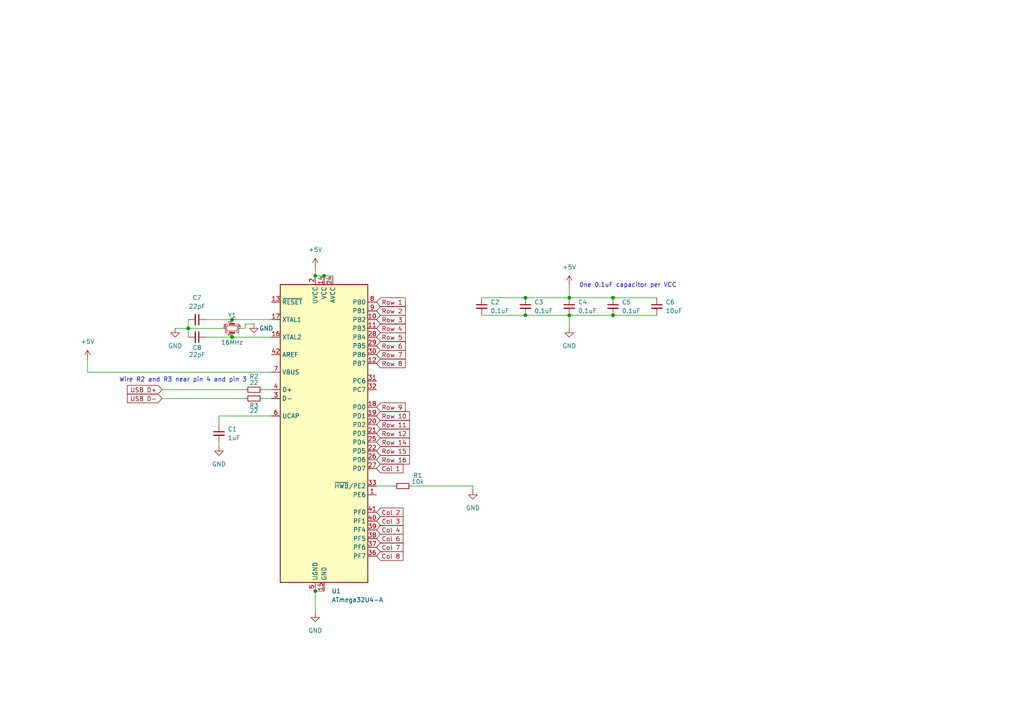
<source format=kicad_sch>
(kicad_sch (version 20231120) (generator "eeschema") (generator_version "8.0")
  (paper "A4")
  (lib_symbols
    (symbol "Device:C_Small" (pin_numbers hide) (pin_names (offset 0.254) hide)
      (property "Reference" "C" (at 0.254 1.778 0))
      (property "Value" "C_Small" (at 0.254 -2.032 0))
      (symbol "C_Small_0_1"
        (polyline (pts (xy -1.524 -0.508) (xy 1.524 -0.508)) (stroke (width 0.3302)))
        (polyline (pts (xy -1.524 0.508) (xy 1.524 0.508)) (stroke (width 0.3048)))
      )
      (symbol "C_Small_1_1"
        (pin passive line (at 0 2.54 270) (length 2.032) (name "~") (number "1"))
        (pin passive line (at 0 -2.54 90) (length 2.032) (name "~") (number "2"))
      )
    )
    (symbol "Device:Crystal_GND24_Small" (pin_names (offset 1.016) hide)
      (property "Reference" "Y" (at 1.27 4.445 0))
      (property "Value" "Crystal_GND24_Small" (at 1.27 2.54 0))
      (symbol "Crystal_GND24_Small_0_1"
        (rectangle (start -0.762 -1.524) (end 0.762 1.524))
        (polyline (pts (xy -1.27 -0.762) (xy -1.27 0.762)) (stroke (width 0.381)))
        (polyline (pts (xy 1.27 -0.762) (xy 1.27 0.762)) (stroke (width 0.381)))
        (polyline (pts (xy -1.27 -1.27) (xy -1.27 -1.905) (xy 1.27 -1.905) (xy 1.27 -1.27)))
        (polyline (pts (xy -1.27 1.27) (xy -1.27 1.905) (xy 1.27 1.905) (xy 1.27 1.27)))
      )
      (symbol "Crystal_GND24_Small_1_1"
        (pin passive line (at -2.54 0 0) (length 1.27) (name "1") (number "1"))
        (pin passive line (at 0 -2.54 90) (length 0.635) (name "2") (number "2"))
        (pin passive line (at 2.54 0 180) (length 1.27) (name "3") (number "3"))
        (pin passive line (at 0 2.54 270) (length 0.635) (name "4") (number "4"))
      )
    )
    (symbol "Device:R_Small" (pin_numbers hide) (pin_names (offset 0.254) hide)
      (property "Reference" "R" (at 0.762 0.508 0))
      (property "Value" "R_Small" (at 0.762 -1.016 0))
      (symbol "R_Small_0_1"
        (rectangle (start -0.762 1.778) (end 0.762 -1.778) (stroke (width 0.2032)))
      )
      (symbol "R_Small_1_1"
        (pin passive line (at 0 2.54 270) (length 0.762) (name "~") (number "1"))
        (pin passive line (at 0 -2.54 90) (length 0.762) (name "~") (number "2"))
      )
    )
    (symbol "MCU_Microchip_ATmega:ATmega32U4-A"
      (property "Reference" "U" (at -12.7 44.45 0))
      (property "Value" "ATmega32U4-A" (at 2.54 -44.45 0))
      (symbol "ATmega32U4-A_0_1"
        (rectangle (start -12.7 -43.18) (end 12.7 43.18) (stroke (width 0.254)) (fill (type background)))
      )
      (symbol "ATmega32U4-A_1_1"
        (pin bidirectional line (at 15.24 -17.78 180) (length 2.54) (name "PE6") (number "1"))
        (pin bidirectional line (at 15.24 33.02 180) (length 2.54) (name "PB2") (number "10"))
        (pin bidirectional line (at 15.24 30.48 180) (length 2.54) (name "PB3") (number "11"))
        (pin bidirectional line (at 15.24 20.32 180) (length 2.54) (name "PB7") (number "12"))
        (pin input line (at -15.24 38.1 0) (length 2.54) (name "~{RESET}") (number "13"))
        (pin power_in line (at 0 45.72 270) (length 2.54) (name "VCC") (number "14"))
        (pin power_in line (at 0 -45.72 90) (length 2.54) (name "GND") (number "15"))
        (pin output line (at -15.24 27.94 0) (length 2.54) (name "XTAL2") (number "16"))
        (pin input line (at -15.24 33.02 0) (length 2.54) (name "XTAL1") (number "17"))
        (pin bidirectional line (at 15.24 7.62 180) (length 2.54) (name "PD0") (number "18"))
        (pin bidirectional line (at 15.24 5.08 180) (length 2.54) (name "PD1") (number "19"))
        (pin power_in line (at -2.54 45.72 270) (length 2.54) (name "UVCC") (number "2"))
        (pin bidirectional line (at 15.24 2.54 180) (length 2.54) (name "PD2") (number "20"))
        (pin bidirectional line (at 15.24 0 180) (length 2.54) (name "PD3") (number "21"))
        (pin bidirectional line (at 15.24 -5.08 180) (length 2.54) (name "PD5") (number "22"))
        (pin passive line (at 0 -45.72 90) (length 2.54) hide (name "GND") (number "23"))
        (pin power_in line (at 2.54 45.72 270) (length 2.54) (name "AVCC") (number "24"))
        (pin bidirectional line (at 15.24 -2.54 180) (length 2.54) (name "PD4") (number "25"))
        (pin bidirectional line (at 15.24 -7.62 180) (length 2.54) (name "PD6") (number "26"))
        (pin bidirectional line (at 15.24 -10.16 180) (length 2.54) (name "PD7") (number "27"))
        (pin bidirectional line (at 15.24 27.94 180) (length 2.54) (name "PB4") (number "28"))
        (pin bidirectional line (at 15.24 25.4 180) (length 2.54) (name "PB5") (number "29"))
        (pin bidirectional line (at -15.24 10.16 0) (length 2.54) (name "D-") (number "3"))
        (pin bidirectional line (at 15.24 22.86 180) (length 2.54) (name "PB6") (number "30"))
        (pin bidirectional line (at 15.24 15.24 180) (length 2.54) (name "PC6") (number "31"))
        (pin bidirectional line (at 15.24 12.7 180) (length 2.54) (name "PC7") (number "32"))
        (pin bidirectional line (at 15.24 -15.24 180) (length 2.54) (name "~{HWB}/PE2") (number "33"))
        (pin passive line (at 0 45.72 270) (length 2.54) hide (name "VCC") (number "34"))
        (pin passive line (at 0 -45.72 90) (length 2.54) hide (name "GND") (number "35"))
        (pin bidirectional line (at 15.24 -35.56 180) (length 2.54) (name "PF7") (number "36"))
        (pin bidirectional line (at 15.24 -33.02 180) (length 2.54) (name "PF6") (number "37"))
        (pin bidirectional line (at 15.24 -30.48 180) (length 2.54) (name "PF5") (number "38"))
        (pin bidirectional line (at 15.24 -27.94 180) (length 2.54) (name "PF4") (number "39"))
        (pin bidirectional line (at -15.24 12.7 0) (length 2.54) (name "D+") (number "4"))
        (pin bidirectional line (at 15.24 -25.4 180) (length 2.54) (name "PF1") (number "40"))
        (pin bidirectional line (at 15.24 -22.86 180) (length 2.54) (name "PF0") (number "41"))
        (pin passive line (at -15.24 22.86 0) (length 2.54) (name "AREF") (number "42"))
        (pin passive line (at 0 -45.72 90) (length 2.54) hide (name "GND") (number "43"))
        (pin passive line (at 2.54 45.72 270) (length 2.54) hide (name "AVCC") (number "44"))
        (pin passive line (at -2.54 -45.72 90) (length 2.54) (name "UGND") (number "5"))
        (pin passive line (at -15.24 5.08 0) (length 2.54) (name "UCAP") (number "6"))
        (pin input line (at -15.24 17.78 0) (length 2.54) (name "VBUS") (number "7"))
        (pin bidirectional line (at 15.24 38.1 180) (length 2.54) (name "PB0") (number "8"))
        (pin bidirectional line (at 15.24 35.56 180) (length 2.54) (name "PB1") (number "9"))
      )
    )
    (symbol "power:+5V" (power) (pin_numbers hide) (pin_names (offset 0) hide)
      (property "Value" "+5V" (at 0 3.556 0))
      (symbol "+5V_0_1"
        (polyline (pts (xy -0.762 1.27) (xy 0 2.54)))
        (polyline (pts (xy 0 0) (xy 0 2.54)))
        (polyline (pts (xy 0 2.54) (xy 0.762 1.27)))
      )
      (symbol "+5V_1_1"
        (pin power_in line (at 0 0 90) (length 0) (name "~") (number "1"))
      )
    )
    (symbol "power:GND" (power) (pin_numbers hide) (pin_names (offset 0) hide)
      (property "Value" "GND" (at 0 -3.81 0))
      (symbol "GND_0_1"
        (polyline (pts (xy 0 0) (xy 0 -1.27) (xy 1.27 -1.27) (xy 0 -2.54) (xy -1.27 -1.27) (xy 0 -1.27)))
      )
      (symbol "GND_1_1"
        (pin power_in line (at 0 0 270) (length 0) (name "~") (number "1"))
      )
    )
  )
  (junction (at 67.31 92.71))
  (junction (at 152.4 91.44))
  (junction (at 152.4 86.36))
  (junction (at 177.8 86.36))
  (junction (at 165.1 86.36))
  (junction (at 67.31 97.79))
  (junction (at 177.8 91.44))
  (junction (at 91.44 171.45))
  (junction (at 91.44 80.01))
  (junction (at 54.61 95.25))
  (junction (at 165.1 91.44))
  (junction (at 93.98 80.01))
  (wire (pts (xy 93.98 80.01) (xy 96.52 80.01)))
  (wire (pts (xy 177.8 86.36) (xy 190.5 86.36)))
  (wire (pts (xy 165.1 91.44) (xy 165.1 95.25)))
  (wire (pts (xy 152.4 86.36) (xy 165.1 86.36)))
  (wire (pts (xy 54.61 92.71) (xy 54.61 95.25)))
  (wire (pts (xy 76.2 113.03) (xy 78.74 113.03)))
  (wire (pts (xy 91.44 171.45) (xy 93.98 171.45)))
  (wire (pts (xy 63.5 128.27) (xy 63.5 129.54)))
  (wire (pts (xy 59.69 97.79) (xy 67.31 97.79)))
  (wire (pts (xy 78.74 107.95) (xy 25.4 107.95)))
  (wire (pts (xy 119.38 140.97) (xy 137.16 140.97)))
  (wire (pts (xy 165.1 82.55) (xy 165.1 86.36)))
  (wire (pts (xy 59.69 92.71) (xy 67.31 92.71)))
  (wire (pts (xy 139.7 86.36) (xy 152.4 86.36)))
  (wire (pts (xy 63.5 120.65) (xy 63.5 123.19)))
  (wire (pts (xy 71.12 95.25) (xy 69.85 95.25)))
  (wire (pts (xy 78.74 120.65) (xy 63.5 120.65)))
  (wire (pts (xy 46.99 115.57) (xy 71.12 115.57)))
  (wire (pts (xy 73.66 93.98) (xy 71.12 93.98)))
  (wire (pts (xy 165.1 91.44) (xy 177.8 91.44)))
  (wire (pts (xy 76.2 115.57) (xy 78.74 115.57)))
  (wire (pts (xy 67.31 92.71) (xy 78.74 92.71)))
  (wire (pts (xy 50.8 95.25) (xy 54.61 95.25)))
  (wire (pts (xy 165.1 86.36) (xy 177.8 86.36)))
  (wire (pts (xy 46.99 113.03) (xy 71.12 113.03)))
  (wire (pts (xy 25.4 107.95) (xy 25.4 104.14)))
  (wire (pts (xy 67.31 97.79) (xy 78.74 97.79)))
  (wire (pts (xy 109.22 140.97) (xy 114.3 140.97)))
  (wire (pts (xy 91.44 80.01) (xy 93.98 80.01)))
  (wire (pts (xy 139.7 91.44) (xy 152.4 91.44)))
  (wire (pts (xy 137.16 140.97) (xy 137.16 142.24)))
  (wire (pts (xy 152.4 91.44) (xy 165.1 91.44)))
  (wire (pts (xy 71.12 93.98) (xy 71.12 95.25)))
  (wire (pts (xy 177.8 91.44) (xy 190.5 91.44)))
  (wire (pts (xy 91.44 77.47) (xy 91.44 80.01)))
  (wire (pts (xy 54.61 95.25) (xy 54.61 97.79)))
  (wire (pts (xy 91.44 177.8) (xy 91.44 171.45)))
  (wire (pts (xy 54.61 95.25) (xy 64.77 95.25)))
  (text "0ne 0.1uF capacitor per VCC\n" (at 182.118 82.804 0) (effects (font (size 1.27 1.27))))
  (text "Wire R2 and R3 near pin 4 and pin 3\n" (at 53.086 110.236 0) (effects (font (size 1.27 1.27))))
  (global_label "Col 3" (shape input) (at 109.22 151.13 0) (property "Intersheetrefs" "${INTERSHEET_REFS}" (effects (hide yes))))
  (global_label "Col 7" (shape input) (at 109.22 158.75 0) (property "Intersheetrefs" "${INTERSHEET_REFS}" (effects (hide yes))))
  (global_label "Row 6" (shape input) (at 109.22 100.33 0) (property "Intersheetrefs" "${INTERSHEET_REFS}" (effects (hide yes))))
  (global_label "USB D-" (shape input) (at 46.99 115.57 180) (property "Intersheetrefs" "${INTERSHEET_REFS}" (effects (hide yes))))
  (global_label "Row 4" (shape input) (at 109.22 95.25 0) (property "Intersheetrefs" "${INTERSHEET_REFS}" (effects (hide yes))))
  (global_label "Row 11" (shape input) (at 109.22 123.19 0) (property "Intersheetrefs" "${INTERSHEET_REFS}" (effects (hide yes))))
  (global_label "Col 1" (shape input) (at 109.22 135.89 0) (property "Intersheetrefs" "${INTERSHEET_REFS}" (effects (hide yes))))
  (global_label "Row 8" (shape input) (at 109.22 105.41 0) (property "Intersheetrefs" "${INTERSHEET_REFS}" (effects (hide yes))))
  (global_label "Row 10" (shape input) (at 109.22 120.65 0) (property "Intersheetrefs" "${INTERSHEET_REFS}" (effects (hide yes))))
  (global_label "Row 12" (shape input) (at 109.22 125.73 0) (property "Intersheetrefs" "${INTERSHEET_REFS}" (effects (hide yes))))
  (global_label "Col 8" (shape input) (at 109.22 161.29 0) (property "Intersheetrefs" "${INTERSHEET_REFS}" (effects (hide yes))))
  (global_label "Row 3" (shape input) (at 109.22 92.71 0) (property "Intersheetrefs" "${INTERSHEET_REFS}" (effects (hide yes))))
  (global_label "Col 2" (shape input) (at 109.22 148.59 0) (property "Intersheetrefs" "${INTERSHEET_REFS}" (effects (hide yes))))
  (global_label "Col 4" (shape input) (at 109.22 153.67 0) (property "Intersheetrefs" "${INTERSHEET_REFS}" (effects (hide yes))))
  (global_label "Row 2" (shape input) (at 109.22 90.17 0) (property "Intersheetrefs" "${INTERSHEET_REFS}" (effects (hide yes))))
  (global_label "Row 9" (shape input) (at 109.22 118.11 0) (property "Intersheetrefs" "${INTERSHEET_REFS}" (effects (hide yes))))
  (global_label "Row 15" (shape input) (at 109.22 130.81 0) (property "Intersheetrefs" "${INTERSHEET_REFS}" (effects (hide yes))))
  (global_label "Row 1" (shape input) (at 109.22 87.63 0) (property "Intersheetrefs" "${INTERSHEET_REFS}" (effects (hide yes))))
  (global_label "Col 6" (shape input) (at 109.22 156.21 0) (property "Intersheetrefs" "${INTERSHEET_REFS}" (effects (hide yes))))
  (global_label "Row 7" (shape input) (at 109.22 102.87 0) (property "Intersheetrefs" "${INTERSHEET_REFS}" (effects (hide yes))))
  (global_label "Row 5" (shape input) (at 109.22 97.79 0) (property "Intersheetrefs" "${INTERSHEET_REFS}" (effects (hide yes))))
  (global_label "Row 16" (shape input) (at 109.22 133.35 0) (property "Intersheetrefs" "${INTERSHEET_REFS}" (effects (hide yes))))
  (global_label "USB D+" (shape input) (at 46.99 113.03 180) (property "Intersheetrefs" "${INTERSHEET_REFS}" (effects (hide yes))))
  (global_label "Row 14" (shape input) (at 109.22 128.27 0) (property "Intersheetrefs" "${INTERSHEET_REFS}" (effects (hide yes))))
  (symbol (lib_id "Device:Crystal_GND24_Small") (at 67.31 95.25 270) (unit 1)
    (property "Reference" "Y1" (at 67.31 91.44 90))
    (property "Value" "16MHz" (at 67.31 99.314 90))
    (property "Description" "Four pin crystal, GND on pins 2 and 4, small symbol" (effects (hide yes)))
  )
  (symbol (lib_id "power:GND") (at 91.44 177.8 0) (unit 1)
    (property "Reference" "#PWR02" (effects (hide yes)))
    (property "Value" "GND" (at 91.44 182.88 0))
    (property "Description" "Power symbol creates a global label with name \"GND\" , ground" (effects (hide yes)))
  )
  (symbol (lib_id "Device:C_Small") (at 63.5 125.73 0) (unit 1)
    (property "Reference" "C1" (at 66.04 124.4662 0) (effects (justify left)))
    (property "Value" "1uF" (at 66.04 127.0062 0) (effects (justify left)))
    (property "Description" "Unpolarized capacitor, small symbol" (effects (hide yes)))
  )
  (symbol (lib_id "Device:C_Small") (at 152.4 88.9 0) (unit 1)
    (property "Reference" "C3" (at 154.94 87.6362 0) (effects (justify left)))
    (property "Value" "0.1uF" (at 154.94 90.1762 0) (effects (justify left)))
    (property "Description" "Unpolarized capacitor, small symbol" (effects (hide yes)))
  )
  (symbol (lib_id "power:+5V") (at 25.4 104.14 0) (unit 1)
    (property "Reference" "#PWR07" (effects (hide yes)))
    (property "Value" "+5V" (at 25.4 99.06 0))
    (property "Description" "Power symbol creates a global label with name \"+5V\"" (effects (hide yes)))
  )
  (symbol (lib_id "Device:C_Small") (at 165.1 88.9 0) (unit 1)
    (property "Reference" "C4" (at 167.64 87.6362 0) (effects (justify left)))
    (property "Value" "0.1uF" (at 167.64 90.1762 0) (effects (justify left)))
    (property "Description" "Unpolarized capacitor, small symbol" (effects (hide yes)))
  )
  (symbol (lib_id "Device:C_Small") (at 57.15 92.71 270) (unit 1)
    (property "Reference" "C7" (at 57.1436 86.36 90))
    (property "Value" "22pF" (at 57.1436 88.9 90))
    (property "Description" "Unpolarized capacitor, small symbol" (effects (hide yes)))
  )
  (symbol (lib_id "Device:C_Small") (at 190.5 88.9 0) (unit 1)
    (property "Reference" "C6" (at 193.04 87.6362 0) (effects (justify left)))
    (property "Value" "10uF" (at 193.04 90.1762 0) (effects (justify left)))
    (property "Description" "Unpolarized capacitor, small symbol" (effects (hide yes)))
  )
  (symbol (lib_id "Device:R_Small") (at 116.84 140.97 90) (unit 1)
    (property "Reference" "R1" (at 121.158 137.922 90))
    (property "Value" "10k" (at 121.158 139.7 90))
    (property "Description" "Resistor, small symbol" (effects (hide yes)))
  )
  (symbol (lib_id "Device:C_Small") (at 177.8 88.9 0) (unit 1)
    (property "Reference" "C5" (at 180.34 87.6362 0) (effects (justify left)))
    (property "Value" "0.1uF" (at 180.34 90.1762 0) (effects (justify left)))
    (property "Description" "Unpolarized capacitor, small symbol" (effects (hide yes)))
  )
  (symbol (lib_id "power:GND") (at 137.16 142.24 0) (unit 1)
    (property "Reference" "#PWR03" (effects (hide yes)))
    (property "Value" "GND" (at 137.16 147.32 0))
    (property "Description" "Power symbol creates a global label with name \"GND\" , ground" (effects (hide yes)))
  )
  (symbol (lib_id "MCU_Microchip_ATmega:ATmega32U4-A") (at 93.98 125.73 0) (unit 1)
    (property "Reference" "U1" (at 96.1741 171.45 0) (effects (justify left)))
    (property "Value" "ATmega32U4-A" (at 96.1741 173.99 0) (effects (justify left)))
    (property "Footprint" "Package_QFP:TQFP-44_10x10mm_P0.8mm" (effects (hide yes)))
    (property "Datasheet" "http://ww1.microchip.com/downloads/en/DeviceDoc/Atmel-7766-8-bit-AVR-ATmega16U4-32U4_Datasheet.pdf" (effects (hide yes)))
    (property "Description" "16MHz, 32kB Flash, 2.5kB SRAM, 1kB EEPROM, USB 2.0, TQFP-44" (effects (hide yes)))
  )
  (symbol (lib_id "power:GND") (at 50.8 95.25 0) (unit 1)
    (property "Reference" "#PWR08" (effects (hide yes)))
    (property "Value" "GND" (at 50.8 100.33 0))
    (property "Description" "Power symbol creates a global label with name \"GND\" , ground" (effects (hide yes)))
  )
  (symbol (lib_id "power:GND") (at 165.1 95.25 0) (unit 1)
    (property "Reference" "#PWR06" (effects (hide yes)))
    (property "Value" "GND" (at 165.1 100.33 0))
    (property "Description" "Power symbol creates a global label with name \"GND\" , ground" (effects (hide yes)))
  )
  (symbol (lib_id "power:+5V") (at 91.44 77.47 0) (unit 1)
    (property "Reference" "#PWR01" (effects (hide yes)))
    (property "Value" "+5V" (at 91.44 72.39 0))
    (property "Description" "Power symbol creates a global label with name \"+5V\"" (effects (hide yes)))
  )
  (symbol (lib_id "power:GND") (at 63.5 129.54 0) (unit 1)
    (property "Reference" "#PWR04" (effects (hide yes)))
    (property "Value" "GND" (at 63.5 134.62 0))
    (property "Description" "Power symbol creates a global label with name \"GND\" , ground" (effects (hide yes)))
  )
  (symbol (lib_id "power:+5V") (at 165.1 82.55 0) (unit 1)
    (property "Reference" "#PWR05" (effects (hide yes)))
    (property "Value" "+5V" (at 165.1 77.47 0))
    (property "Description" "Power symbol creates a global label with name \"+5V\"" (effects (hide yes)))
  )
  (symbol (lib_id "Device:C_Small") (at 57.15 97.79 270) (unit 1)
    (property "Reference" "C8" (at 57.15 100.838 90))
    (property "Value" "22pF" (at 57.15 102.87 90))
    (property "Description" "Unpolarized capacitor, small symbol" (effects (hide yes)))
  )
  (symbol (lib_id "Device:R_Small") (at 73.66 115.57 90) (unit 1)
    (property "Reference" "R3" (at 73.66 117.602 90))
    (property "Value" "22" (at 73.66 119.126 90))
    (property "Description" "Resistor, small symbol" (effects (hide yes)))
  )
  (symbol (lib_id "Device:R_Small") (at 73.66 113.03 90) (unit 1)
    (property "Reference" "R2" (at 73.66 109.22 90))
    (property "Value" "22" (at 73.66 110.998 90))
    (property "Description" "Resistor, small symbol" (effects (hide yes)))
  )
  (symbol (lib_id "power:GND") (at 73.66 93.98 0) (unit 1)
    (property "Reference" "#PWR09" (effects (hide yes)))
    (property "Value" "GND" (at 77.216 95.25 0))
    (property "Description" "Power symbol creates a global label with name \"GND\" , ground" (effects (hide yes)))
  )
  (symbol (lib_id "Device:C_Small") (at 139.7 88.9 0) (unit 1)
    (property "Reference" "C2" (at 142.24 87.6362 0) (effects (justify left)))
    (property "Value" "0.1uF" (at 142.24 90.1762 0) (effects (justify left)))
    (property "Description" "Unpolarized capacitor, small symbol" (effects (hide yes)))
  )
)
</source>
